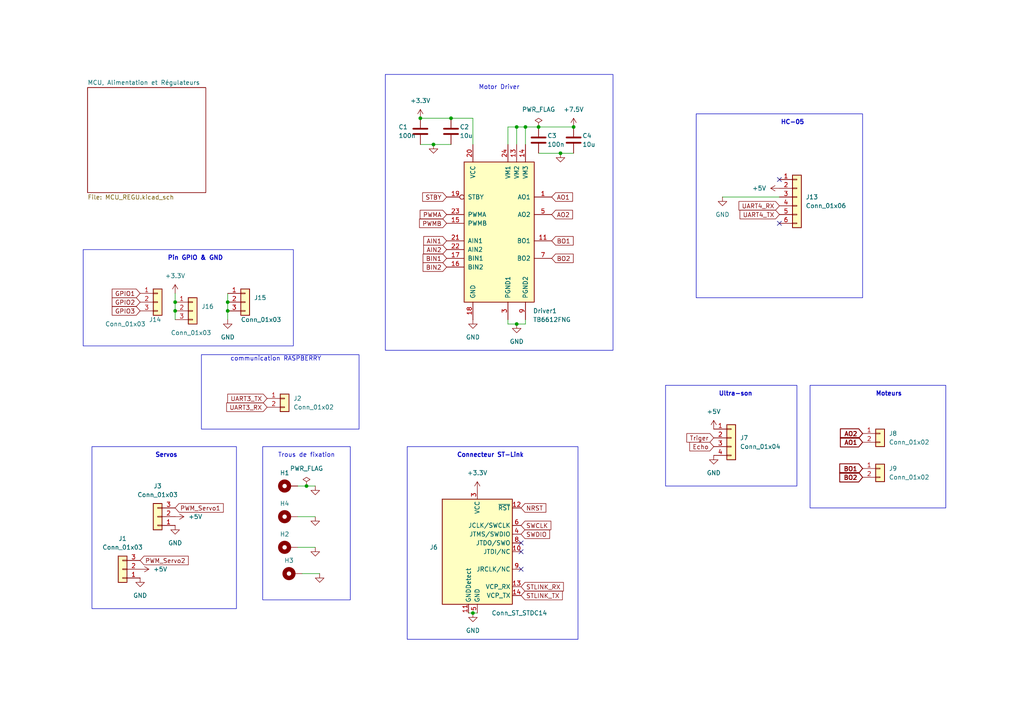
<source format=kicad_sch>
(kicad_sch (version 20250114) (generator "eeschema") (generator_version "9.0")
  (paper "A4")
  (lib_symbols
    (symbol "Connector:Conn_ST_STDC14"
      (property "Reference" "J" (at -8.89 16.51 0))
      (property "Value" "Conn_ST_STDC14" (at 17.78 16.51 0))
      (symbol "Conn_ST_STDC14_0_1"
        (rectangle (start -10.16 15.24) (end 10.16 -15.24) (stroke (width 0.254)) (fill (type background)))
      )
      (symbol "Conn_ST_STDC14_1_1"
        (pin no_connect line (at -10.16 5.08 0) (length 2.54) (hide yes) (name "NC") (number "1"))
        (pin no_connect line (at -10.16 2.54 0) (length 2.54) (hide yes) (name "NC") (number "2"))
        (pin passive line (at -2.54 -17.78 90) (length 2.54) (name "GNDDetect") (number "11"))
        (pin power_in line (at 0 17.78 270) (length 2.54) (name "VCC") (number "3"))
        (pin power_in line (at 0 -17.78 90) (length 2.54) (name "GND") (number "5"))
        (pin passive line (at 0 -17.78 90) (length 2.54) (hide yes) (name "GND") (number "7"))
        (pin open_collector line (at 12.7 12.7 180) (length 2.54) (name "~{RST}") (number "12"))
        (pin output line (at 12.7 7.62 180) (length 2.54) (name "JCLK/SWCLK") (number "6"))
        (pin bidirectional line (at 12.7 5.08 180) (length 2.54) (name "JTMS/SWDIO") (number "4"))
        (pin input line (at 12.7 2.54 180) (length 2.54) (name "JTDO/SWO") (number "8"))
        (pin output line (at 12.7 0 180) (length 2.54) (name "JTDI/NC") (number "10"))
        (pin input line (at 12.7 -5.08 180) (length 2.54) (name "JRCLK/NC") (number "9"))
        (pin output line (at 12.7 -10.16 180) (length 2.54) (name "VCP_RX") (number "13"))
        (pin input line (at 12.7 -12.7 180) (length 2.54) (name "VCP_TX") (number "14"))
      )
    )
    (symbol "Connector_Generic:Conn_01x02" (pin_names (offset 1.016) (hide yes))
      (property "Reference" "J" (at 0 2.54 0))
      (property "Value" "Conn_01x02" (at 0 -5.08 0))
      (symbol "Conn_01x02_1_1"
        (rectangle (start -1.27 1.27) (end 1.27 -3.81) (stroke (width 0.254)) (fill (type background)))
        (rectangle (start -1.27 0.127) (end 0 -0.127) (stroke (width 0.1524)))
        (rectangle (start -1.27 -2.413) (end 0 -2.667) (stroke (width 0.1524)))
        (pin passive line (at -5.08 0 0) (length 3.81) (name "Pin_1") (number "1"))
        (pin passive line (at -5.08 -2.54 0) (length 3.81) (name "Pin_2") (number "2"))
      )
    )
    (symbol "Connector_Generic:Conn_01x03" (pin_names (offset 1.016) (hide yes))
      (property "Reference" "J" (at 0 5.08 0))
      (property "Value" "Conn_01x03" (at 0 -5.08 0))
      (symbol "Conn_01x03_1_1"
        (rectangle (start -1.27 3.81) (end 1.27 -3.81) (stroke (width 0.254)) (fill (type background)))
        (rectangle (start -1.27 2.667) (end 0 2.413) (stroke (width 0.1524)))
        (rectangle (start -1.27 0.127) (end 0 -0.127) (stroke (width 0.1524)))
        (rectangle (start -1.27 -2.413) (end 0 -2.667) (stroke (width 0.1524)))
        (pin passive line (at -5.08 2.54 0) (length 3.81) (name "Pin_1") (number "1"))
        (pin passive line (at -5.08 0 0) (length 3.81) (name "Pin_2") (number "2"))
        (pin passive line (at -5.08 -2.54 0) (length 3.81) (name "Pin_3") (number "3"))
      )
    )
    (symbol "Connector_Generic:Conn_01x04" (pin_names (offset 1.016) (hide yes))
      (property "Reference" "J" (at 0 5.08 0))
      (property "Value" "Conn_01x04" (at 0 -7.62 0))
      (symbol "Conn_01x04_1_1"
        (rectangle (start -1.27 3.81) (end 1.27 -6.35) (stroke (width 0.254)) (fill (type background)))
        (rectangle (start -1.27 2.667) (end 0 2.413) (stroke (width 0.1524)))
        (rectangle (start -1.27 0.127) (end 0 -0.127) (stroke (width 0.1524)))
        (rectangle (start -1.27 -2.413) (end 0 -2.667) (stroke (width 0.1524)))
        (rectangle (start -1.27 -4.953) (end 0 -5.207) (stroke (width 0.1524)))
        (pin passive line (at -5.08 2.54 0) (length 3.81) (name "Pin_1") (number "1"))
        (pin passive line (at -5.08 0 0) (length 3.81) (name "Pin_2") (number "2"))
        (pin passive line (at -5.08 -2.54 0) (length 3.81) (name "Pin_3") (number "3"))
        (pin passive line (at -5.08 -5.08 0) (length 3.81) (name "Pin_4") (number "4"))
      )
    )
    (symbol "Connector_Generic:Conn_01x06" (pin_names (offset 1.016) (hide yes))
      (property "Reference" "J" (at 0 7.62 0))
      (property "Value" "Conn_01x06" (at 0 -10.16 0))
      (symbol "Conn_01x06_1_1"
        (rectangle (start -1.27 6.35) (end 1.27 -8.89) (stroke (width 0.254)) (fill (type background)))
        (rectangle (start -1.27 5.207) (end 0 4.953) (stroke (width 0.1524)))
        (rectangle (start -1.27 2.667) (end 0 2.413) (stroke (width 0.1524)))
        (rectangle (start -1.27 0.127) (end 0 -0.127) (stroke (width 0.1524)))
        (rectangle (start -1.27 -2.413) (end 0 -2.667) (stroke (width 0.1524)))
        (rectangle (start -1.27 -4.953) (end 0 -5.207) (stroke (width 0.1524)))
        (rectangle (start -1.27 -7.493) (end 0 -7.747) (stroke (width 0.1524)))
        (pin passive line (at -5.08 5.08 0) (length 3.81) (name "Pin_1") (number "1"))
        (pin passive line (at -5.08 2.54 0) (length 3.81) (name "Pin_2") (number "2"))
        (pin passive line (at -5.08 0 0) (length 3.81) (name "Pin_3") (number "3"))
        (pin passive line (at -5.08 -2.54 0) (length 3.81) (name "Pin_4") (number "4"))
        (pin passive line (at -5.08 -5.08 0) (length 3.81) (name "Pin_5") (number "5"))
        (pin passive line (at -5.08 -7.62 0) (length 3.81) (name "Pin_6") (number "6"))
      )
    )
    (symbol "Device:C" (pin_numbers (hide yes)) (pin_names (offset 0.254))
      (property "Reference" "C" (at 0.635 2.54 0))
      (property "Value" "C" (at 0.635 -2.54 0))
      (symbol "C_0_1"
        (polyline (pts (xy -2.032 0.762) (xy 2.032 0.762)) (stroke (width 0.508)))
        (polyline (pts (xy -2.032 -0.762) (xy 2.032 -0.762)) (stroke (width 0.508)))
      )
      (symbol "C_1_1"
        (pin passive line (at 0 3.81 270) (length 2.794) (name "~") (number "1"))
        (pin passive line (at 0 -3.81 90) (length 2.794) (name "~") (number "2"))
      )
    )
    (symbol "Driver_Motor:TB6612FNG" (pin_names (offset 1.016))
      (property "Reference" "U" (at 11.43 17.78 0))
      (property "Value" "TB6612FNG" (at 11.43 15.24 0))
      (symbol "TB6612FNG_0_1"
        (rectangle (start -10.16 20.32) (end 10.16 -20.32) (stroke (width 0.254)) (fill (type background)))
      )
      (symbol "TB6612FNG_1_1"
        (pin input inverted (at -15.24 10.16 0) (length 5.08) (name "STBY") (number "19"))
        (pin input line (at -15.24 5.08 0) (length 5.08) (name "PWMA") (number "23"))
        (pin input line (at -15.24 2.54 0) (length 5.08) (name "PWMB") (number "15"))
        (pin input line (at -15.24 -2.54 0) (length 5.08) (name "AIN1") (number "21"))
        (pin input line (at -15.24 -5.08 0) (length 5.08) (name "AIN2") (number "22"))
        (pin input line (at -15.24 -7.62 0) (length 5.08) (name "BIN1") (number "17"))
        (pin input line (at -15.24 -10.16 0) (length 5.08) (name "BIN2") (number "16"))
        (pin power_in line (at -7.62 25.4 270) (length 5.08) (name "VCC") (number "20"))
        (pin power_in line (at -7.62 -25.4 90) (length 5.08) (name "GND") (number "18"))
        (pin power_in line (at 2.54 25.4 270) (length 5.08) (name "VM1") (number "24"))
        (pin power_in line (at 2.54 -25.4 90) (length 5.08) (name "PGND1") (number "3"))
        (pin passive line (at 2.54 -25.4 90) (length 5.08) (hide yes) (name "PGND1") (number "4"))
        (pin power_in line (at 5.08 25.4 270) (length 5.08) (name "VM2") (number "13"))
        (pin power_in line (at 7.62 25.4 270) (length 5.08) (name "VM3") (number "14"))
        (pin passive line (at 7.62 -25.4 90) (length 5.08) (hide yes) (name "PGND2") (number "10"))
        (pin power_in line (at 7.62 -25.4 90) (length 5.08) (name "PGND2") (number "9"))
        (pin output line (at 15.24 10.16 180) (length 5.08) (name "AO1") (number "1"))
        (pin passive line (at 15.24 10.16 180) (length 5.08) (hide yes) (name "AO1") (number "2"))
        (pin output line (at 15.24 5.08 180) (length 5.08) (name "AO2") (number "5"))
        (pin passive line (at 15.24 5.08 180) (length 5.08) (hide yes) (name "AO2") (number "6"))
        (pin output line (at 15.24 -2.54 180) (length 5.08) (name "BO1") (number "11"))
        (pin passive line (at 15.24 -2.54 180) (length 5.08) (hide yes) (name "BO1") (number "12"))
        (pin output line (at 15.24 -7.62 180) (length 5.08) (name "BO2") (number "7"))
        (pin passive line (at 15.24 -7.62 180) (length 5.08) (hide yes) (name "BO2") (number "8"))
      )
    )
    (symbol "MountingHole_Pad_2" (pin_numbers (hide yes)) (pin_names (offset 1.016) (hide yes)) (exclude_from_sim yes) (in_bom no)
      (property "Reference" "H1" (at 2.54 2.5401 0))
      (property "Value" "MountingHole_Pad" (at 2.54 0.0001 0))
      (symbol "MountingHole_Pad_2_0_1"
        (circle (center 0 1.27) (radius 1.27) (stroke (width 1.27)))
      )
      (symbol "MountingHole_Pad_2_1_1"
        (pin input line (at 0 -2.54 90) (length 2.54) (name "1") (number "1"))
      )
    )
    (symbol "power:+3.3V" (power) (pin_numbers (hide yes)) (pin_names (offset 0) (hide yes))
      (property "Value" "+3.3V" (at 0 3.556 0))
      (symbol "+3.3V_0_1"
        (polyline (pts (xy -0.762 1.27) (xy 0 2.54)))
        (polyline (pts (xy 0 2.54) (xy 0.762 1.27)))
        (polyline (pts (xy 0 0) (xy 0 2.54)))
      )
      (symbol "+3.3V_1_1"
        (pin power_in line (at 0 0 90) (length 0) (name "~") (number "1"))
      )
    )
    (symbol "power:+5V" (power) (pin_numbers (hide yes)) (pin_names (offset 0) (hide yes))
      (property "Value" "+5V" (at 0 3.556 0))
      (symbol "+5V_0_1"
        (polyline (pts (xy -0.762 1.27) (xy 0 2.54)))
        (polyline (pts (xy 0 2.54) (xy 0.762 1.27)))
        (polyline (pts (xy 0 0) (xy 0 2.54)))
      )
      (symbol "+5V_1_1"
        (pin power_in line (at 0 0 90) (length 0) (name "~") (number "1"))
      )
    )
    (symbol "power:+7.5V" (power) (pin_numbers (hide yes)) (pin_names (offset 0) (hide yes))
      (property "Value" "+7.5V" (at 0 3.556 0))
      (symbol "+7.5V_0_1"
        (polyline (pts (xy -0.762 1.27) (xy 0 2.54)))
        (polyline (pts (xy 0 2.54) (xy 0.762 1.27)))
        (polyline (pts (xy 0 0) (xy 0 2.54)))
      )
      (symbol "+7.5V_1_1"
        (pin power_in line (at 0 0 90) (length 0) (name "~") (number "1"))
      )
    )
    (symbol "power:GND" (power) (pin_numbers (hide yes)) (pin_names (offset 0) (hide yes))
      (property "Value" "GND" (at 0 -3.81 0))
      (symbol "GND_0_1"
        (polyline (pts (xy 0 0) (xy 0 -1.27) (xy 1.27 -1.27) (xy 0 -2.54) (xy -1.27 -1.27) (xy 0 -1.27)))
      )
      (symbol "GND_1_1"
        (pin power_in line (at 0 0 270) (length 0) (name "~") (number "1"))
      )
    )
    (symbol "power:PWR_FLAG" (power) (pin_numbers (hide yes)) (pin_names (offset 0) (hide yes))
      (property "Value" "PWR_FLAG" (at 0 3.81 0))
      (symbol "PWR_FLAG_0_0"
        (pin power_out line (at 0 0 90) (length 0) (name "~") (number "1"))
      )
      (symbol "PWR_FLAG_0_1"
        (polyline (pts (xy 0 0) (xy 0 1.27) (xy -1.016 1.905) (xy 0 2.54) (xy 1.016 1.905) (xy 0 1.27)))
      )
    )
  )
  (rectangle (start 201.93 33.02) (end 250.19 86.36))
  (rectangle (start 76.2 129.54) (end 101.6 173.99))
  (rectangle (start 26.67 129.54) (end 68.58 176.53))
  (rectangle (start 193.04 111.76) (end 231.14 140.97))
  (rectangle (start 234.95 111.76) (end 274.32 147.32))
  (rectangle (start 24.13 72.39) (end 85.09 100.33))
  (rectangle (start 118.11 129.54) (end 167.64 185.42))
  (rectangle (start 111.76 21.59) (end 177.8 101.6))
  (rectangle (start 58.42 102.87) (end 104.14 124.46))
  (text "Ultra-son" (at 213.36 114.3 0) (effects (font (size 1.27 1.27) (thickness 0.254) (bold yes))))
  (text "Servos" (at 48.26 132.08 0) (effects (font (size 1.27 1.27) (thickness 0.254) (bold yes))))
  (text "communication RASPBERRY\n" (at 80.01 104.14 0) (effects (font (size 1.27 1.27))))
  (text "Connecteur ST-Link\n" (at 142.24 132.08 0) (effects (font (size 1.27 1.27) (thickness 0.254) (bold yes))))
  (text "Trous de fixation\n" (at 88.9 132.08 0) (effects (font (size 1.27 1.27))))
  (text "Moteurs\n" (at 257.81 114.3 0) (effects (font (size 1.27 1.27) (thickness 0.254) (bold yes))))
  (text "Pin GPIO & GND \n" (at 57.15 74.93 0) (effects (font (size 1.27 1.27) (thickness 0.254) (bold yes))))
  (text "HC-05\n" (at 229.87 35.56 0) (effects (font (size 1.27 1.27) (thickness 0.254) (bold yes))))
  (text "Motor Driver\n" (at 144.78 25.4 0) (effects (font (size 1.27 1.27))))
  (junction (at 125.73 41.91))
  (junction (at 66.04 90.17))
  (junction (at 66.04 87.63))
  (junction (at 50.8 90.17))
  (junction (at 137.16 177.8))
  (junction (at 130.81 34.29))
  (junction (at 162.56 44.45))
  (junction (at 166.37 36.83))
  (junction (at 149.86 93.98))
  (junction (at 156.21 36.83))
  (junction (at 50.8 87.63))
  (junction (at 152.4 36.83))
  (junction (at 88.9 140.97))
  (junction (at 121.92 34.29))
  (junction (at 149.86 36.83))
  (no_connect (at 226.06 52.07))
  (no_connect (at 151.13 157.48))
  (no_connect (at 151.13 160.02))
  (no_connect (at 151.13 165.1))
  (no_connect (at 226.06 64.77))
  (wire (pts (xy 152.4 36.83) (xy 156.21 36.83)))
  (wire (pts (xy 209.55 57.15) (xy 226.06 57.15)))
  (wire (pts (xy 125.73 41.91) (xy 130.81 41.91)))
  (wire (pts (xy 152.4 36.83) (xy 152.4 41.91)))
  (wire (pts (xy 121.92 34.29) (xy 130.81 34.29)))
  (wire (pts (xy 147.32 36.83) (xy 147.32 41.91)))
  (wire (pts (xy 86.36 158.75) (xy 91.44 158.75)))
  (wire (pts (xy 147.32 92.71) (xy 147.32 93.98)))
  (wire (pts (xy 135.89 177.8) (xy 137.16 177.8)))
  (wire (pts (xy 121.92 41.91) (xy 125.73 41.91)))
  (wire (pts (xy 149.86 93.98) (xy 152.4 93.98)))
  (wire (pts (xy 152.4 92.71) (xy 152.4 93.98)))
  (wire (pts (xy 156.21 44.45) (xy 162.56 44.45)))
  (wire (pts (xy 66.04 87.63) (xy 66.04 90.17)))
  (wire (pts (xy 149.86 36.83) (xy 152.4 36.83)))
  (wire (pts (xy 88.9 140.97) (xy 91.44 140.97)))
  (wire (pts (xy 86.36 140.97) (xy 88.9 140.97)))
  (wire (pts (xy 137.16 34.29) (xy 130.81 34.29)))
  (wire (pts (xy 66.04 85.09) (xy 66.04 87.63)))
  (wire (pts (xy 162.56 44.45) (xy 166.37 44.45)))
  (wire (pts (xy 50.8 87.63) (xy 50.8 90.17)))
  (wire (pts (xy 50.8 85.09) (xy 50.8 87.63)))
  (wire (pts (xy 86.36 149.86) (xy 91.44 149.86)))
  (wire (pts (xy 147.32 36.83) (xy 149.86 36.83)))
  (wire (pts (xy 66.04 90.17) (xy 66.04 92.71)))
  (wire (pts (xy 149.86 36.83) (xy 149.86 41.91)))
  (wire (pts (xy 137.16 34.29) (xy 137.16 41.91)))
  (wire (pts (xy 147.32 93.98) (xy 149.86 93.98)))
  (wire (pts (xy 156.21 36.83) (xy 166.37 36.83)))
  (wire (pts (xy 137.16 177.8) (xy 138.43 177.8)))
  (wire (pts (xy 50.8 90.17) (xy 50.8 92.71)))
  (wire (pts (xy 87.63 166.37) (xy 92.71 166.37)))
  (global_label "UART3_TX" (shape input) (at 77.47 115.57 180) (property "Intersheetrefs" "${INTERSHEET_REFS}" (effects (hide yes))))
  (global_label "SWCLK" (shape input) (at 151.13 152.4 0) (property "Intersheetrefs" "${INTERSHEET_REFS}" (effects (hide yes))))
  (global_label "BIN2" (shape input) (at 129.54 77.47 180) (effects (font (thickness 0.1588))) (property "Intersheetrefs" "${INTERSHEET_REFS}" (effects (hide yes))))
  (global_label "PWM_Servo1" (shape input) (at 50.8 147.32 0) (property "Intersheetrefs" "${INTERSHEET_REFS}" (effects (hide yes))))
  (global_label "UART4_TX" (shape input) (at 226.06 62.23 180) (property "Intersheetrefs" "${INTERSHEET_REFS}" (effects (hide yes))))
  (global_label "AIN1" (shape input) (at 129.54 69.85 180) (effects (font (thickness 0.1588))) (property "Intersheetrefs" "${INTERSHEET_REFS}" (effects (hide yes))))
  (global_label "UART3_RX" (shape input) (at 77.47 118.11 180) (property "Intersheetrefs" "${INTERSHEET_REFS}" (effects (hide yes))))
  (global_label "Echo" (shape input) (at 207.01 129.54 180) (property "Intersheetrefs" "${INTERSHEET_REFS}" (effects (hide yes))))
  (global_label "BO2" (shape input) (at 160.02 74.93 0) (effects (font (thickness 0.1588))) (property "Intersheetrefs" "${INTERSHEET_REFS}" (effects (hide yes))))
  (global_label "BO1" (shape input) (at 250.19 135.89 180) (effects (font (thickness 0.254) (bold yes))) (property "Intersheetrefs" "${INTERSHEET_REFS}" (effects (hide yes))))
  (global_label "SWDIO" (shape input) (at 151.13 154.94 0) (property "Intersheetrefs" "${INTERSHEET_REFS}" (effects (hide yes))))
  (global_label "STLINK_TX" (shape input) (at 151.13 172.72 0) (property "Intersheetrefs" "${INTERSHEET_REFS}" (effects (hide yes))))
  (global_label "GPIO3" (shape input) (at 40.64 90.17 180) (effects (font (thickness 0.1588))) (property "Intersheetrefs" "${INTERSHEET_REFS}" (effects (hide yes))))
  (global_label "GPIO1" (shape input) (at 40.64 85.09 180) (effects (font (thickness 0.1588))) (property "Intersheetrefs" "${INTERSHEET_REFS}" (effects (hide yes))))
  (global_label "BO2" (shape input) (at 250.19 138.43 180) (effects (font (thickness 0.254) (bold yes))) (property "Intersheetrefs" "${INTERSHEET_REFS}" (effects (hide yes))))
  (global_label "AO1" (shape input) (at 160.02 57.15 0) (effects (font (thickness 0.1588))) (property "Intersheetrefs" "${INTERSHEET_REFS}" (effects (hide yes))))
  (global_label "BIN1" (shape input) (at 129.54 74.93 180) (effects (font (thickness 0.1588))) (property "Intersheetrefs" "${INTERSHEET_REFS}" (effects (hide yes))))
  (global_label "STLINK_RX" (shape input) (at 151.13 170.18 0) (property "Intersheetrefs" "${INTERSHEET_REFS}" (effects (hide yes))))
  (global_label "PWMA" (shape input) (at 129.54 62.23 180) (effects (font (thickness 0.1588))) (property "Intersheetrefs" "${INTERSHEET_REFS}" (effects (hide yes))))
  (global_label "NRST" (shape input) (at 151.13 147.32 0) (effects (font (thickness 0.1588))) (property "Intersheetrefs" "${INTERSHEET_REFS}" (effects (hide yes))))
  (global_label "PWM_Servo2" (shape input) (at 40.64 162.56 0) (property "Intersheetrefs" "${INTERSHEET_REFS}" (effects (hide yes))))
  (global_label "BO1" (shape input) (at 160.02 69.85 0) (effects (font (thickness 0.1588))) (property "Intersheetrefs" "${INTERSHEET_REFS}" (effects (hide yes))))
  (global_label "STBY" (shape input) (at 129.54 57.15 180) (effects (font (thickness 0.1588))) (property "Intersheetrefs" "${INTERSHEET_REFS}" (effects (hide yes))))
  (global_label "AIN2" (shape input) (at 129.54 72.39 180) (effects (font (thickness 0.1588))) (property "Intersheetrefs" "${INTERSHEET_REFS}" (effects (hide yes))))
  (global_label "AO1" (shape input) (at 250.19 128.27 180) (effects (font (thickness 0.254) (bold yes))) (property "Intersheetrefs" "${INTERSHEET_REFS}" (effects (hide yes))))
  (global_label "AO2" (shape input) (at 250.19 125.73 180) (effects (font (thickness 0.254) (bold yes))) (property "Intersheetrefs" "${INTERSHEET_REFS}" (effects (hide yes))))
  (global_label "UART4_RX" (shape input) (at 226.06 59.69 180) (property "Intersheetrefs" "${INTERSHEET_REFS}" (effects (hide yes))))
  (global_label "AO2" (shape input) (at 160.02 62.23 0) (effects (font (thickness 0.1588))) (property "Intersheetrefs" "${INTERSHEET_REFS}" (effects (hide yes))))
  (global_label "GPIO2" (shape input) (at 40.64 87.63 180) (effects (font (thickness 0.1588))) (property "Intersheetrefs" "${INTERSHEET_REFS}" (effects (hide yes))))
  (global_label "PWMB" (shape input) (at 129.54 64.77 180) (effects (font (thickness 0.1588))) (property "Intersheetrefs" "${INTERSHEET_REFS}" (effects (hide yes))))
  (global_label "Triger" (shape input) (at 207.01 127 180) (property "Intersheetrefs" "${INTERSHEET_REFS}" (effects (hide yes))))
  (symbol (lib_id "power:GND") (at 207.01 132.08 0) (unit 1)
    (property "Reference" "#PWR020" (effects (hide yes)))
    (property "Value" "GND" (at 207.01 137.16 0))
    (property "Description" "Power symbol creates a global label with name \"GND\" , ground" (effects (hide yes)))
  )
  (symbol (lib_id "Device:C") (at 130.81 38.1 0) (unit 1)
    (property "Reference" "C2" (at 133.35 36.83 0) (effects (justify left)))
    (property "Value" "10u" (at 133.35 39.37 0) (effects (justify left)))
    (property "Footprint" "Capacitor_SMD:C_0805_2012Metric" (effects (hide yes)))
    (property "Description" "Unpolarized capacitor" (effects (hide yes)))
  )
  (symbol (lib_id "power:+5V") (at 50.8 149.86 270) (unit 1)
    (property "Reference" "#PWR03" (effects (hide yes)))
    (property "Value" "+5V" (at 54.61 149.8599 90) (effects (justify left)))
    (property "Description" "Power symbol creates a global label with name \"+5V\"" (effects (hide yes)))
  )
  (symbol (lib_id "power:+3.3V") (at 121.92 34.29 0) (unit 1)
    (property "Reference" "#PWR010" (effects (hide yes)))
    (property "Value" "+3.3V" (at 121.92 29.21 0))
    (property "Description" "Power symbol creates a global label with name \"+3.3V\"" (effects (hide yes)))
  )
  (symbol (lib_name "MountingHole_Pad_2") (lib_id "Mechanical:MountingHole_Pad") (at 83.82 149.86 90) (unit 1) (exclude_from_sim yes) (in_bom no)
    (property "Reference" "H4" (at 82.55 146.05 90))
    (property "Value" "MountingHole_Pad" (effects (hide yes)))
    (property "Footprint" "MountingHole:MountingHole_2.7mm_M2.5_Pad" (effects (hide yes)))
    (property "Description" "Mounting Hole with connection" (effects (hide yes)))
  )
  (symbol (lib_id "power:+5V") (at 226.06 54.61 90) (unit 1)
    (property "Reference" "#PWR021" (effects (hide yes)))
    (property "Value" "+5V" (at 222.25 54.6099 90) (effects (justify left)))
    (property "Description" "Power symbol creates a global label with name \"+5V\"" (effects (hide yes)))
  )
  (symbol (lib_id "power:GND") (at 137.16 177.8 0) (unit 1)
    (property "Reference" "#PWR013" (effects (hide yes)))
    (property "Value" "GND" (at 137.16 182.88 0))
    (property "Description" "Power symbol creates a global label with name \"GND\" , ground" (effects (hide yes)))
  )
  (symbol (lib_id "Driver_Motor:TB6612FNG") (at 144.78 67.31 0) (unit 1)
    (property "Reference" "Driver1" (at 154.5941 90.17 0) (effects (justify left)))
    (property "Value" "TB6612FNG" (at 154.5941 92.71 0) (effects (justify left)))
    (property "Footprint" "Package_SO:SSOP-24_5.3x8.2mm_P0.65mm" (effects (hide yes)))
    (property "Datasheet" "https://toshiba.semicon-storage.com/us/product/linear/motordriver/detail.TB6612FNG.html" (effects (hide yes)))
    (property "Description" "Driver IC for Dual DC motor, SSOP-24" (effects (hide yes)))
  )
  (symbol (lib_id "power:GND") (at 209.55 57.15 0) (unit 1)
    (property "Reference" "#PWR018" (effects (hide yes)))
    (property "Value" "GND" (at 209.55 62.23 0))
    (property "Description" "Power symbol creates a global label with name \"GND\" , ground" (effects (hide yes)))
  )
  (symbol (lib_id "power:GND") (at 125.73 41.91 0) (unit 1)
    (property "Reference" "#PWR011" (effects (hide yes)))
    (property "Value" "GND" (effects (hide yes)))
    (property "Description" "Power symbol creates a global label with name \"GND\" , ground" (effects (hide yes)))
  )
  (symbol (lib_id "Connector_Generic:Conn_01x02") (at 255.27 125.73 0) (unit 1)
    (property "Reference" "J8" (at 257.81 125.7299 0) (effects (justify left)))
    (property "Value" "Conn_01x02" (at 257.81 128.2699 0) (effects (justify left)))
    (property "Footprint" "Connector_JST:JST_XH_B2B-XH-A_1x02_P2.50mm_Vertical" (effects (hide yes)))
    (property "Description" "Generic connector, single row, 01x02, script generated (kicad-library-utils/schlib/autogen/connector/)" (effects (hide yes)))
  )
  (symbol (lib_id "power:GND") (at 91.44 158.75 0) (unit 1)
    (property "Reference" "#PWR08" (effects (hide yes)))
    (property "Value" "GND" (effects (hide yes)))
    (property "Description" "Power symbol creates a global label with name \"GND\" , ground" (effects (hide yes)))
  )
  (symbol (lib_name "MountingHole_Pad_2") (lib_id "Mechanical:MountingHole_Pad") (at 85.09 166.37 90) (unit 1) (exclude_from_sim yes) (in_bom no)
    (property "Reference" "H3" (at 83.82 162.56 90))
    (property "Value" "MountingHole_Pad" (effects (hide yes)))
    (property "Footprint" "MountingHole:MountingHole_2.7mm_M2.5_Pad" (effects (hide yes)))
    (property "Description" "Mounting Hole with connection" (effects (hide yes)))
  )
  (symbol (lib_id "Connector_Generic:Conn_01x06") (at 231.14 57.15 0) (unit 1)
    (property "Reference" "J13" (at 233.68 57.1499 0) (effects (justify left)))
    (property "Value" "Conn_01x06" (at 233.68 59.6899 0) (effects (justify left)))
    (property "Footprint" "Connector_PinHeader_2.54mm:PinHeader_1x06_P2.54mm_Vertical" (effects (hide yes)))
    (property "Description" "Generic connector, single row, 01x06, script generated (kicad-library-utils/schlib/autogen/connector/)" (effects (hide yes)))
  )
  (symbol (lib_id "power:GND") (at 66.04 92.71 0) (unit 1)
    (property "Reference" "#PWR06" (effects (hide yes)))
    (property "Value" "GND" (at 66.04 97.79 0))
    (property "Description" "Power symbol creates a global label with name \"GND\" , ground" (effects (hide yes)))
  )
  (symbol (lib_id "Connector_Generic:Conn_01x02") (at 82.55 115.57 0) (unit 1)
    (property "Reference" "J2" (at 85.09 115.5699 0) (effects (justify left)))
    (property "Value" "Conn_01x02" (at 85.09 118.1099 0) (effects (justify left)))
    (property "Footprint" "Connector_PinHeader_2.54mm:PinHeader_1x02_P2.54mm_Horizontal" (effects (hide yes)))
    (property "Description" "Generic connector, single row, 01x02, script generated (kicad-library-utils/schlib/autogen/connector/)" (effects (hide yes)))
  )
  (symbol (lib_id "power:GND") (at 50.8 152.4 0) (unit 1)
    (property "Reference" "#PWR04" (effects (hide yes)))
    (property "Value" "GND" (at 50.8 157.48 0))
    (property "Description" "Power symbol creates a global label with name \"GND\" , ground" (effects (hide yes)))
  )
  (symbol (lib_id "power:+3.3V") (at 138.43 142.24 0) (unit 1)
    (property "Reference" "#PWR015" (effects (hide yes)))
    (property "Value" "+3.3V" (at 138.43 137.16 0))
    (property "Description" "Power symbol creates a global label with name \"+3.3V\"" (effects (hide yes)))
  )
  (symbol (lib_id "power:GND") (at 91.44 149.86 0) (unit 1)
    (property "Reference" "#PWR022" (effects (hide yes)))
    (property "Value" "GND" (effects (hide yes)))
    (property "Description" "Power symbol creates a global label with name \"GND\" , ground" (effects (hide yes)))
  )
  (symbol (lib_id "power:PWR_FLAG") (at 156.21 36.83 0) (unit 1)
    (property "Reference" "#FLG02" (effects (hide yes)))
    (property "Value" "PWR_FLAG" (at 156.21 31.75 0))
    (property "Description" "Special symbol for telling ERC where power comes from" (effects (hide yes)))
  )
  (symbol (lib_id "power:GND") (at 162.56 44.45 0) (unit 1)
    (property "Reference" "#PWR016" (effects (hide yes)))
    (property "Value" "GND" (effects (hide yes)))
    (property "Description" "Power symbol creates a global label with name \"GND\" , ground" (effects (hide yes)))
  )
  (symbol (lib_id "power:GND") (at 149.86 93.98 0) (unit 1)
    (property "Reference" "#PWR014" (effects (hide yes)))
    (property "Value" "GND" (at 149.86 99.06 0))
    (property "Description" "Power symbol creates a global label with name \"GND\" , ground" (effects (hide yes)))
  )
  (symbol (lib_id "Connector_Generic:Conn_01x03") (at 71.12 87.63 0) (unit 1)
    (property "Reference" "J15" (at 73.66 86.3599 0) (effects (justify left)))
    (property "Value" "Conn_01x03" (at 69.85 92.71 0) (effects (justify left)))
    (property "Footprint" "Connector_PinHeader_2.54mm:PinHeader_1x03_P2.54mm_Vertical" (effects (hide yes)))
    (property "Description" "Generic connector, single row, 01x03, script generated (kicad-library-utils/schlib/autogen/connector/)" (effects (hide yes)))
  )
  (symbol (lib_id "Connector_Generic:Conn_01x03") (at 45.72 87.63 0) (unit 1)
    (property "Reference" "J14" (at 43.18 92.71 0) (effects (justify left)))
    (property "Value" "Conn_01x03" (at 30.48 93.98 0) (effects (justify left)))
    (property "Footprint" "Connector_PinHeader_2.54mm:PinHeader_1x03_P2.54mm_Vertical" (effects (hide yes)))
    (property "Description" "Generic connector, single row, 01x03, script generated (kicad-library-utils/schlib/autogen/connector/)" (effects (hide yes)))
  )
  (symbol (lib_id "Connector_Generic:Conn_01x03") (at 55.88 90.17 0) (unit 1)
    (property "Reference" "J16" (at 58.42 88.8999 0) (effects (justify left)))
    (property "Value" "Conn_01x03" (at 49.53 96.52 0) (effects (justify left)))
    (property "Footprint" "Connector_PinHeader_2.54mm:PinHeader_1x03_P2.54mm_Vertical" (effects (hide yes)))
    (property "Description" "Generic connector, single row, 01x03, script generated (kicad-library-utils/schlib/autogen/connector/)" (effects (hide yes)))
  )
  (symbol (lib_id "power:+5V") (at 207.01 124.46 0) (unit 1)
    (property "Reference" "#PWR019" (effects (hide yes)))
    (property "Value" "+5V" (at 207.01 119.38 0))
    (property "Description" "Power symbol creates a global label with name \"+5V\"" (effects (hide yes)))
  )
  (symbol (lib_id "power:GND") (at 40.64 167.64 0) (unit 1)
    (property "Reference" "#PWR02" (effects (hide yes)))
    (property "Value" "GND" (at 40.64 172.72 0))
    (property "Description" "Power symbol creates a global label with name \"GND\" , ground" (effects (hide yes)))
  )
  (symbol (lib_id "power:PWR_FLAG") (at 88.9 140.97 0) (unit 1)
    (property "Reference" "#FLG01" (effects (hide yes)))
    (property "Value" "PWR_FLAG" (at 88.9 135.89 0))
    (property "Description" "Special symbol for telling ERC where power comes from" (effects (hide yes)))
  )
  (symbol (lib_id "Device:C") (at 166.37 40.64 0) (unit 1)
    (property "Reference" "C4" (at 168.91 39.37 0) (effects (justify left)))
    (property "Value" "10u" (at 168.91 41.91 0) (effects (justify left)))
    (property "Footprint" "Capacitor_SMD:C_0805_2012Metric" (effects (hide yes)))
    (property "Description" "Unpolarized capacitor" (effects (hide yes)))
  )
  (symbol (lib_id "Connector:Conn_ST_STDC14") (at 138.43 160.02 0) (unit 1)
    (property "Reference" "J6" (at 127 158.7499 0) (effects (justify right)))
    (property "Value" "Conn_ST_STDC14" (at 158.75 177.8 0) (effects (justify right)))
    (property "Footprint" "Connector_PinHeader_1.27mm:PinHeader_2x07_P1.27mm_Vertical_SMD" (effects (hide yes)))
    (property "Datasheet" "https://www.st.com/content/ccc/resource/technical/document/user_manual/group1/99/49/91/b6/b2/3a/46/e5/DM00526767/files/DM00526767.pdf/jcr:content/translations/en.DM00526767.pdf" (effects (hide yes)))
    (property "Description" "ST Debug Connector, standard ARM Cortex-M SWD and JTAG interface plus UART" (effects (hide yes)))
  )
  (symbol (lib_id "Connector_Generic:Conn_01x03") (at 35.56 165.1 180) (unit 1)
    (property "Reference" "J1" (at 35.56 156.21 0))
    (property "Value" "Conn_01x03" (at 35.56 158.75 0))
    (property "Footprint" "Connector_JST:JST_XH_B3B-XH-A_1x03_P2.50mm_Vertical" (effects (hide yes)))
    (property "Description" "Generic connector, single row, 01x03, script generated (kicad-library-utils/schlib/autogen/connector/)" (effects (hide yes)))
  )
  (symbol (lib_id "power:GND") (at 91.44 140.97 0) (unit 1)
    (property "Reference" "#PWR07" (effects (hide yes)))
    (property "Value" "GND" (effects (hide yes)))
    (property "Description" "Power symbol creates a global label with name \"GND\" , ground" (effects (hide yes)))
  )
  (symbol (lib_id "Connector_Generic:Conn_01x04") (at 212.09 127 0) (unit 1)
    (property "Reference" "J7" (at 214.63 126.9999 0) (effects (justify left)))
    (property "Value" "Conn_01x04" (at 214.63 129.5399 0) (effects (justify left)))
    (property "Footprint" "Connector_JST:JST_PH_B4B-PH-K_1x04_P2.00mm_Vertical" (effects (hide yes)))
    (property "Description" "Generic connector, single row, 01x04, script generated (kicad-library-utils/schlib/autogen/connector/)" (effects (hide yes)))
  )
  (symbol (lib_id "power:+3.3V") (at 50.8 85.09 0) (unit 1)
    (property "Reference" "#PWR05" (effects (hide yes)))
    (property "Value" "+3.3V" (at 50.8 80.01 0))
    (property "Description" "Power symbol creates a global label with name \"+3.3V\"" (effects (hide yes)))
  )
  (symbol (lib_id "power:+7.5V") (at 166.37 36.83 0) (unit 1)
    (property "Reference" "#PWR017" (effects (hide yes)))
    (property "Value" "+7.5V" (at 166.37 31.75 0))
    (property "Description" "Power symbol creates a global label with name \"+7.5V\"" (effects (hide yes)))
  )
  (symbol (lib_id "power:GND") (at 92.71 166.37 0) (unit 1)
    (property "Reference" "#PWR09" (effects (hide yes)))
    (property "Value" "GND" (effects (hide yes)))
    (property "Description" "Power symbol creates a global label with name \"GND\" , ground" (effects (hide yes)))
  )
  (symbol (lib_id "Connector_Generic:Conn_01x02") (at 255.27 135.89 0) (unit 1)
    (property "Reference" "J9" (at 257.81 135.8899 0) (effects (justify left)))
    (property "Value" "Conn_01x02" (at 257.81 138.4299 0) (effects (justify left)))
    (property "Footprint" "Connector_JST:JST_XH_B2B-XH-A_1x02_P2.50mm_Vertical" (effects (hide yes)))
    (property "Description" "Generic connector, single row, 01x02, script generated (kicad-library-utils/schlib/autogen/connector/)" (effects (hide yes)))
  )
  (symbol (lib_id "Connector_Generic:Conn_01x03") (at 45.72 149.86 180) (unit 1)
    (property "Reference" "J3" (at 45.72 140.97 0))
    (property "Value" "Conn_01x03" (at 45.72 143.51 0))
    (property "Footprint" "Connector_JST:JST_XH_B3B-XH-A_1x03_P2.50mm_Vertical" (effects (hide yes)))
    (property "Description" "Generic connector, single row, 01x03, script generated (kicad-library-utils/schlib/autogen/connector/)" (effects (hide yes)))
  )
  (symbol (lib_name "MountingHole_Pad_2") (lib_id "Mechanical:MountingHole_Pad") (at 83.82 140.97 90) (unit 1) (exclude_from_sim yes) (in_bom no)
    (property "Reference" "H1" (at 82.55 137.16 90))
    (property "Value" "MountingHole_Pad" (effects (hide yes)))
    (property "Footprint" "MountingHole:MountingHole_2.7mm_M2.5_Pad" (effects (hide yes)))
    (property "Description" "Mounting Hole with connection" (effects (hide yes)))
  )
  (symbol (lib_id "power:+5V") (at 40.64 165.1 270) (unit 1)
    (property "Reference" "#PWR01" (effects (hide yes)))
    (property "Value" "+5V" (at 44.45 165.0999 90) (effects (justify left)))
    (property "Description" "Power symbol creates a global label with name \"+5V\"" (effects (hide yes)))
  )
  (symbol (lib_id "Device:C") (at 156.21 40.64 0) (unit 1)
    (property "Reference" "C3" (at 158.75 39.37 0) (effects (justify left)))
    (property "Value" "100n" (at 158.75 41.91 0) (effects (justify left)))
    (property "Footprint" "Capacitor_SMD:C_0402_1005Metric" (effects (hide yes)))
    (property "Description" "Unpolarized capacitor" (effects (hide yes)))
  )
  (symbol (lib_id "power:GND") (at 137.16 92.71 0) (unit 1)
    (property "Reference" "#PWR012" (effects (hide yes)))
    (property "Value" "GND" (at 137.16 97.79 0))
    (property "Description" "Power symbol creates a global label with name \"GND\" , ground" (effects (hide yes)))
  )
  (symbol (lib_name "MountingHole_Pad_2") (lib_id "Mechanical:MountingHole_Pad") (at 83.82 158.75 90) (unit 1) (exclude_from_sim yes) (in_bom no)
    (property "Reference" "H2" (at 82.55 154.94 90))
    (property "Value" "MountingHole_Pad" (effects (hide yes)))
    (property "Footprint" "MountingHole:MountingHole_2.7mm_M2.5_Pad" (effects (hide yes)))
    (property "Description" "Mounting Hole with connection" (effects (hide yes)))
  )
  (symbol (lib_id "Device:C") (at 121.92 38.1 0) (unit 1)
    (property "Reference" "C1" (at 115.57 36.83 0) (effects (justify left)))
    (property "Value" "100n" (at 115.57 39.37 0) (effects (justify left)))
    (property "Footprint" "Capacitor_SMD:C_0402_1005Metric" (effects (hide yes)))
    (property "Description" "Unpolarized capacitor" (effects (hide yes)))
  )
  (sheet (at 25.4 25.4) (size 34.29 30.48) (stroke (width 0.1524))
    (property "Sheetname" "MCU, Alimentation et Régulateurs" (at 25.4 24.6884 0) (effects (justify left bottom)))
    (property "Sheetfile" "MCU_REGU.kicad_sch" (at 25.4 56.4646 0) (effects (justify left top)))
  )
)
</source>
